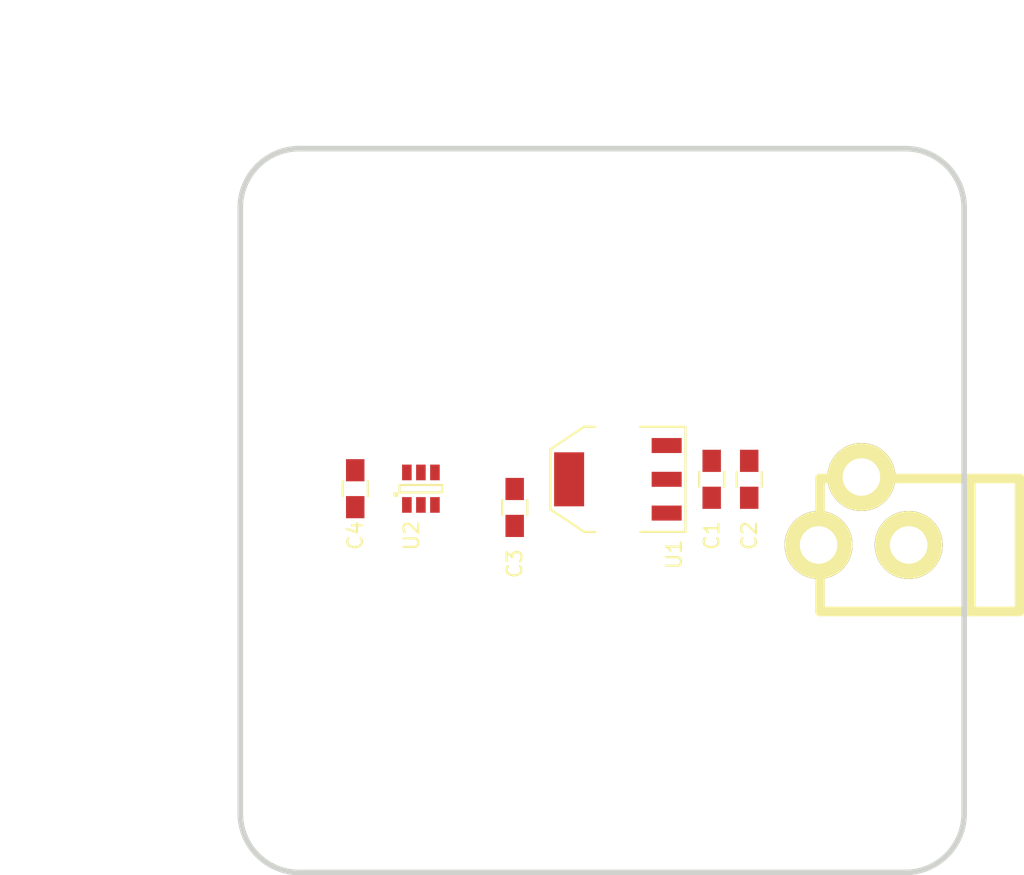
<source format=kicad_pcb>
(kicad_pcb (version 4) (host pcbnew "(after 2015-mar-04 BZR unknown)-product")

  (general
    (links 17)
    (no_connects 17)
    (area 9.809499 9.809499 59.190501 59.190501)
    (thickness 1.6002)
    (drawings 12)
    (tracks 0)
    (zones 0)
    (modules 7)
    (nets 5)
  )

  (page A)
  (title_block
    (date "28 mar 2015")
    (rev X1)
  )

  (layers
    (0 Front signal)
    (31 Back signal)
    (36 B.SilkS user)
    (37 F.SilkS user)
    (38 B.Mask user)
    (39 F.Mask user)
    (40 Dwgs.User user)
    (44 Edge.Cuts user)
  )

  (setup
    (last_trace_width 0.2032)
    (user_trace_width 0.254)
    (user_trace_width 0.635)
    (trace_clearance 0.254)
    (zone_clearance 0.3048)
    (zone_45_only no)
    (trace_min 0.2032)
    (segment_width 0.381)
    (edge_width 0.381)
    (via_size 0.889)
    (via_drill 0.635)
    (via_min_size 0.889)
    (via_min_drill 0.508)
    (uvia_size 0.508)
    (uvia_drill 0.127)
    (uvias_allowed no)
    (uvia_min_size 0.508)
    (uvia_min_drill 0.127)
    (pcb_text_width 0.3048)
    (pcb_text_size 1.524 2.032)
    (mod_edge_width 0.381)
    (mod_text_size 1.524 1.524)
    (mod_text_width 0.3048)
    (pad_size 6.35 6.35)
    (pad_drill 3.175)
    (pad_to_mask_clearance 0.1524)
    (aux_axis_origin 0 0)
    (visible_elements 7FFFFFBF)
    (pcbplotparams
      (layerselection 0x00030_80000001)
      (usegerberextensions true)
      (excludeedgelayer true)
      (linewidth 0.150000)
      (plotframeref false)
      (viasonmask false)
      (mode 1)
      (useauxorigin false)
      (hpglpennumber 1)
      (hpglpenspeed 20)
      (hpglpendiameter 15)
      (hpglpenoverlay 0)
      (psnegative false)
      (psa4output false)
      (plotreference true)
      (plotvalue false)
      (plotinvisibletext false)
      (padsonsilk false)
      (subtractmaskfromsilk false)
      (outputformat 1)
      (mirror false)
      (drillshape 0)
      (scaleselection 1)
      (outputdirectory plots/))
  )

  (net 0 "")
  (net 1 /GND)
  (net 2 /+9V)
  (net 3 /+5V)
  (net 4 /VOUT)

  (net_class Default "This is the default net class."
    (clearance 0.254)
    (trace_width 0.2032)
    (via_dia 0.889)
    (via_drill 0.635)
    (uvia_dia 0.508)
    (uvia_drill 0.127)
    (add_net /+5V)
    (add_net /+9V)
    (add_net /GND)
    (add_net /VOUT)
  )

  (net_class POWER ""
    (clearance 0.254)
    (trace_width 0.635)
    (via_dia 0.889)
    (via_drill 0.635)
    (uvia_dia 0.508)
    (uvia_drill 0.127)
  )

  (module Capacitors_SMD:C_0805_HandSoldering (layer Front) (tedit 56B51A81) (tstamp 56B526C9)
    (at 41.91 32.385 270)
    (descr "Capacitor SMD 0805, hand soldering")
    (tags "capacitor 0805")
    (path /56B51233)
    (attr smd)
    (fp_text reference C1 (at 3.81 0 270) (layer F.SilkS)
      (effects (font (size 1 1) (thickness 0.15)))
    )
    (fp_text value C (at 0 2.1 270) (layer F.SilkS) hide
      (effects (font (size 1 1) (thickness 0.15)))
    )
    (fp_line (start -2.3 -1) (end 2.3 -1) (layer F.CrtYd) (width 0.05))
    (fp_line (start -2.3 1) (end 2.3 1) (layer F.CrtYd) (width 0.05))
    (fp_line (start -2.3 -1) (end -2.3 1) (layer F.CrtYd) (width 0.05))
    (fp_line (start 2.3 -1) (end 2.3 1) (layer F.CrtYd) (width 0.05))
    (fp_line (start 0.5 -0.85) (end -0.5 -0.85) (layer F.SilkS) (width 0.15))
    (fp_line (start -0.5 0.85) (end 0.5 0.85) (layer F.SilkS) (width 0.15))
    (pad 1 smd rect (at -1.25 0 270) (size 1.5 1.25) (layers Front F.Mask)
      (net 2 /+9V))
    (pad 2 smd rect (at 1.25 0 270) (size 1.5 1.25) (layers Front F.Mask)
      (net 1 /GND))
    (model Capacitors_SMD.3dshapes/C_0805_HandSoldering.wrl
      (at (xyz 0 0 0))
      (scale (xyz 1 1 1))
      (rotate (xyz 0 0 0))
    )
  )

  (module Capacitors_SMD:C_0805_HandSoldering (layer Front) (tedit 56B51A7D) (tstamp 56B526D5)
    (at 44.45 32.385 270)
    (descr "Capacitor SMD 0805, hand soldering")
    (tags "capacitor 0805")
    (path /56B51134)
    (attr smd)
    (fp_text reference C2 (at 3.81 0 270) (layer F.SilkS)
      (effects (font (size 1 1) (thickness 0.15)))
    )
    (fp_text value C (at 0 2.1 270) (layer F.SilkS) hide
      (effects (font (size 1 1) (thickness 0.15)))
    )
    (fp_line (start -2.3 -1) (end 2.3 -1) (layer F.CrtYd) (width 0.05))
    (fp_line (start -2.3 1) (end 2.3 1) (layer F.CrtYd) (width 0.05))
    (fp_line (start -2.3 -1) (end -2.3 1) (layer F.CrtYd) (width 0.05))
    (fp_line (start 2.3 -1) (end 2.3 1) (layer F.CrtYd) (width 0.05))
    (fp_line (start 0.5 -0.85) (end -0.5 -0.85) (layer F.SilkS) (width 0.15))
    (fp_line (start -0.5 0.85) (end 0.5 0.85) (layer F.SilkS) (width 0.15))
    (pad 1 smd rect (at -1.25 0 270) (size 1.5 1.25) (layers Front F.Mask)
      (net 2 /+9V))
    (pad 2 smd rect (at 1.25 0 270) (size 1.5 1.25) (layers Front F.Mask)
      (net 1 /GND))
    (model Capacitors_SMD.3dshapes/C_0805_HandSoldering.wrl
      (at (xyz 0 0 0))
      (scale (xyz 1 1 1))
      (rotate (xyz 0 0 0))
    )
  )

  (module Capacitors_SMD:C_0805_HandSoldering (layer Front) (tedit 56B51A87) (tstamp 56B526E1)
    (at 28.575 34.29 270)
    (descr "Capacitor SMD 0805, hand soldering")
    (tags "capacitor 0805")
    (path /56B51414)
    (attr smd)
    (fp_text reference C3 (at 3.81 0 270) (layer F.SilkS)
      (effects (font (size 1 1) (thickness 0.15)))
    )
    (fp_text value C (at 0 2.1 270) (layer F.SilkS) hide
      (effects (font (size 1 1) (thickness 0.15)))
    )
    (fp_line (start -2.3 -1) (end 2.3 -1) (layer F.CrtYd) (width 0.05))
    (fp_line (start -2.3 1) (end 2.3 1) (layer F.CrtYd) (width 0.05))
    (fp_line (start -2.3 -1) (end -2.3 1) (layer F.CrtYd) (width 0.05))
    (fp_line (start 2.3 -1) (end 2.3 1) (layer F.CrtYd) (width 0.05))
    (fp_line (start 0.5 -0.85) (end -0.5 -0.85) (layer F.SilkS) (width 0.15))
    (fp_line (start -0.5 0.85) (end 0.5 0.85) (layer F.SilkS) (width 0.15))
    (pad 1 smd rect (at -1.25 0 270) (size 1.5 1.25) (layers Front F.Mask)
      (net 3 /+5V))
    (pad 2 smd rect (at 1.25 0 270) (size 1.5 1.25) (layers Front F.Mask)
      (net 1 /GND))
    (model Capacitors_SMD.3dshapes/C_0805_HandSoldering.wrl
      (at (xyz 0 0 0))
      (scale (xyz 1 1 1))
      (rotate (xyz 0 0 0))
    )
  )

  (module Capacitors_SMD:C_0805_HandSoldering (layer Front) (tedit 56B51A5C) (tstamp 56B526ED)
    (at 17.78 33.02 270)
    (descr "Capacitor SMD 0805, hand soldering")
    (tags "capacitor 0805")
    (path /56B529B0)
    (attr smd)
    (fp_text reference C4 (at 3.175 0 270) (layer F.SilkS)
      (effects (font (size 1 1) (thickness 0.15)))
    )
    (fp_text value C (at 0 2.1 270) (layer F.SilkS) hide
      (effects (font (size 1 1) (thickness 0.15)))
    )
    (fp_line (start -2.3 -1) (end 2.3 -1) (layer F.CrtYd) (width 0.05))
    (fp_line (start -2.3 1) (end 2.3 1) (layer F.CrtYd) (width 0.05))
    (fp_line (start -2.3 -1) (end -2.3 1) (layer F.CrtYd) (width 0.05))
    (fp_line (start 2.3 -1) (end 2.3 1) (layer F.CrtYd) (width 0.05))
    (fp_line (start 0.5 -0.85) (end -0.5 -0.85) (layer F.SilkS) (width 0.15))
    (fp_line (start -0.5 0.85) (end 0.5 0.85) (layer F.SilkS) (width 0.15))
    (pad 1 smd rect (at -1.25 0 270) (size 1.5 1.25) (layers Front F.Mask)
      (net 4 /VOUT))
    (pad 2 smd rect (at 1.25 0 270) (size 1.5 1.25) (layers Front F.Mask)
      (net 1 /GND))
    (model Capacitors_SMD.3dshapes/C_0805_HandSoldering.wrl
      (at (xyz 0 0 0))
      (scale (xyz 1 1 1))
      (rotate (xyz 0 0 0))
    )
  )

  (module DougsNewMods:DCJ-NEW (layer Front) (tedit 56264A86) (tstamp 56B526F9)
    (at 55.245 36.83 180)
    (descr "DC Pwr, 2.1mm Jack")
    (tags "DC Power jack, 2.1mm")
    (path /56B51094)
    (fp_text reference J1 (at -0.0508 -6.05028 180) (layer F.SilkS) hide
      (effects (font (thickness 0.3048)))
    )
    (fp_text value DCJ0202 (at -6 0 270) (layer F.SilkS) hide
      (effects (font (size 1.016 1.016) (thickness 0.254)))
    )
    (fp_line (start -4.2 4.5) (end -4.2 -4.5) (layer F.SilkS) (width 0.65))
    (fp_line (start -7.5 -4.5) (end -7.5 4.5) (layer F.SilkS) (width 0.65))
    (fp_line (start -7.5 -4.5) (end 6 -4.5) (layer F.SilkS) (width 0.65))
    (fp_line (start 6 -4.5) (end 6 4.5) (layer F.SilkS) (width 0.65))
    (fp_line (start -7.5 4.5) (end 6 4.5) (layer F.SilkS) (width 0.65))
    (pad 2 thru_hole circle (at 0 0 180) (size 4.6 4.6) (drill 2.54) (layers *.Cu *.Mask F.SilkS)
      (net 1 /GND))
    (pad 1 thru_hole circle (at 6.1 0 180) (size 4.6 4.6) (drill 2.54) (layers *.Cu *.Mask F.SilkS)
      (net 2 /+9V))
    (pad 3 thru_hole circle (at 3.2 4.6 180) (size 4.6 4.6) (drill 2.54) (layers *.Cu *.Mask F.SilkS)
      (net 1 /GND))
    (model connectors/POWER_21.wrl
      (at (xyz 0 0 0))
      (scale (xyz 0.8 0.8 0.8))
      (rotate (xyz 0 0 0))
    )
  )

  (module TO_SOT_Packages_SMD:SOT-223 (layer Front) (tedit 56B51A84) (tstamp 56B52709)
    (at 35.56 32.385 90)
    (descr "module CMS SOT223 4 pins")
    (tags "CMS SOT")
    (path /56B510EF)
    (attr smd)
    (fp_text reference U1 (at -5.08 3.81 90) (layer F.SilkS)
      (effects (font (size 1 1) (thickness 0.15)))
    )
    (fp_text value AP1117 (at 0 0.762 90) (layer F.SilkS) hide
      (effects (font (size 1 1) (thickness 0.15)))
    )
    (fp_line (start -3.556 1.524) (end -3.556 4.572) (layer F.SilkS) (width 0.15))
    (fp_line (start -3.556 4.572) (end 3.556 4.572) (layer F.SilkS) (width 0.15))
    (fp_line (start 3.556 4.572) (end 3.556 1.524) (layer F.SilkS) (width 0.15))
    (fp_line (start -3.556 -1.524) (end -3.556 -2.286) (layer F.SilkS) (width 0.15))
    (fp_line (start -3.556 -2.286) (end -2.032 -4.572) (layer F.SilkS) (width 0.15))
    (fp_line (start -2.032 -4.572) (end 2.032 -4.572) (layer F.SilkS) (width 0.15))
    (fp_line (start 2.032 -4.572) (end 3.556 -2.286) (layer F.SilkS) (width 0.15))
    (fp_line (start 3.556 -2.286) (end 3.556 -1.524) (layer F.SilkS) (width 0.15))
    (pad 4 smd rect (at 0 -3.302 90) (size 3.6576 2.032) (layers Front F.Mask)
      (net 3 /+5V))
    (pad 2 smd rect (at 0 3.302 90) (size 1.016 2.032) (layers Front F.Mask)
      (net 3 /+5V))
    (pad 3 smd rect (at 2.286 3.302 90) (size 1.016 2.032) (layers Front F.Mask)
      (net 2 /+9V))
    (pad 1 smd rect (at -2.286 3.302 90) (size 1.016 2.032) (layers Front F.Mask)
      (net 1 /GND))
    (model TO_SOT_Packages_SMD.3dshapes/SOT-223.wrl
      (at (xyz 0 0 0))
      (scale (xyz 0.4 0.4 0.4))
      (rotate (xyz 0 0 0))
    )
  )

  (module TO_SOT_Packages_SMD:SOT-23-6 (layer Front) (tedit 56B51A52) (tstamp 56B52718)
    (at 22.225 33.02 90)
    (descr "6-pin SOT-23 package")
    (tags SOT-23-6)
    (path /56B520B2)
    (attr smd)
    (fp_text reference U2 (at -3.175 -0.635 90) (layer F.SilkS)
      (effects (font (size 1 1) (thickness 0.15)))
    )
    (fp_text value ADR34XX (at 0 2.9 90) (layer F.SilkS) hide
      (effects (font (size 1 1) (thickness 0.15)))
    )
    (fp_circle (center -0.4 -1.7) (end -0.3 -1.7) (layer F.SilkS) (width 0.15))
    (fp_line (start 0.25 -1.45) (end -0.25 -1.45) (layer F.SilkS) (width 0.15))
    (fp_line (start 0.25 1.45) (end 0.25 -1.45) (layer F.SilkS) (width 0.15))
    (fp_line (start -0.25 1.45) (end 0.25 1.45) (layer F.SilkS) (width 0.15))
    (fp_line (start -0.25 -1.45) (end -0.25 1.45) (layer F.SilkS) (width 0.15))
    (pad 1 smd rect (at -1.1 -0.95 90) (size 1.06 0.65) (layers Front F.Mask)
      (net 1 /GND))
    (pad 2 smd rect (at -1.1 0 90) (size 1.06 0.65) (layers Front F.Mask)
      (net 1 /GND))
    (pad 3 smd rect (at -1.1 0.95 90) (size 1.06 0.65) (layers Front F.Mask)
      (net 3 /+5V))
    (pad 4 smd rect (at 1.1 0.95 90) (size 1.06 0.65) (layers Front F.Mask)
      (net 3 /+5V))
    (pad 6 smd rect (at 1.1 -0.95 90) (size 1.06 0.65) (layers Front F.Mask)
      (net 4 /VOUT))
    (pad 5 smd rect (at 1.1 0 90) (size 1.06 0.65) (layers Front F.Mask)
      (net 4 /VOUT))
    (model TO_SOT_Packages_SMD.3dshapes/SOT-23-6.wrl
      (at (xyz 0 0 0))
      (scale (xyz 1 1 1))
      (rotate (xyz 0 0 0))
    )
  )

  (dimension 49 (width 0.3048) (layer Dwgs.User)
    (gr_text "49.000 mm" (at 0.3744 34.5 90) (layer Dwgs.User)
      (effects (font (size 2.032 1.524) (thickness 0.3048)))
    )
    (feature1 (pts (xy 14 10) (xy -1.2512 10)))
    (feature2 (pts (xy 14 59) (xy -1.2512 59)))
    (crossbar (pts (xy 2 59) (xy 2 10)))
    (arrow1a (pts (xy 2 10) (xy 2.58642 11.126503)))
    (arrow1b (pts (xy 2 10) (xy 1.41358 11.126503)))
    (arrow2a (pts (xy 2 59) (xy 2.58642 57.873497)))
    (arrow2b (pts (xy 2 59) (xy 1.41358 57.873497)))
  )
  (dimension 49 (width 0.3048) (layer Dwgs.User)
    (gr_text "49.000 mm" (at 34.5 2.374401) (layer Dwgs.User)
      (effects (font (size 2.032 1.524) (thickness 0.3048)))
    )
    (feature1 (pts (xy 10 14) (xy 10 0.748801)))
    (feature2 (pts (xy 59 14) (xy 59 0.748801)))
    (crossbar (pts (xy 59 4.000001) (xy 10 4.000001)))
    (arrow1a (pts (xy 10 4.000001) (xy 11.126503 3.413581)))
    (arrow1b (pts (xy 10 4.000001) (xy 11.126503 4.586421)))
    (arrow2a (pts (xy 59 4.000001) (xy 57.873497 3.413581)))
    (arrow2b (pts (xy 59 4.000001) (xy 57.873497 4.586421)))
  )
  (dimension 41 (width 0.3048) (layer Dwgs.User)
    (gr_text "41.000 mm" (at 34.5 6.374401) (layer Dwgs.User)
      (effects (font (size 2.032 1.524) (thickness 0.3048)))
    )
    (feature1 (pts (xy 55 14) (xy 55 4.748801)))
    (feature2 (pts (xy 14 14) (xy 14 4.748801)))
    (crossbar (pts (xy 14 8.000001) (xy 55 8.000001)))
    (arrow1a (pts (xy 55 8.000001) (xy 53.873497 8.586421)))
    (arrow1b (pts (xy 55 8.000001) (xy 53.873497 7.413581)))
    (arrow2a (pts (xy 14 8.000001) (xy 15.126503 8.586421)))
    (arrow2b (pts (xy 14 8.000001) (xy 15.126503 7.413581)))
  )
  (dimension 41 (width 0.3048) (layer Dwgs.User)
    (gr_text "41.000 mm" (at 6.3744 34.5 90) (layer Dwgs.User)
      (effects (font (size 2.032 1.524) (thickness 0.3048)))
    )
    (feature1 (pts (xy 14 14) (xy 4.7488 14)))
    (feature2 (pts (xy 14 55) (xy 4.7488 55)))
    (crossbar (pts (xy 8 55) (xy 8 14)))
    (arrow1a (pts (xy 8 14) (xy 8.58642 15.126503)))
    (arrow1b (pts (xy 8 14) (xy 7.41358 15.126503)))
    (arrow2a (pts (xy 8 55) (xy 8.58642 53.873497)))
    (arrow2b (pts (xy 8 55) (xy 7.41358 53.873497)))
  )
  (gr_line (start 10 55) (end 10 14) (angle 90) (layer Edge.Cuts) (width 0.381))
  (gr_line (start 55 59) (end 14 59) (angle 90) (layer Edge.Cuts) (width 0.381))
  (gr_line (start 59 14) (end 59 55) (angle 90) (layer Edge.Cuts) (width 0.381))
  (gr_line (start 14 10) (end 55 10) (angle 90) (layer Edge.Cuts) (width 0.381))
  (gr_arc (start 55 55) (end 59 55) (angle 90) (layer Edge.Cuts) (width 0.381))
  (gr_arc (start 55 14) (end 55 10) (angle 90) (layer Edge.Cuts) (width 0.381))
  (gr_arc (start 14 14) (end 10 14) (angle 90) (layer Edge.Cuts) (width 0.381))
  (gr_arc (start 14 55) (end 14 59) (angle 90) (layer Edge.Cuts) (width 0.381))

)

</source>
